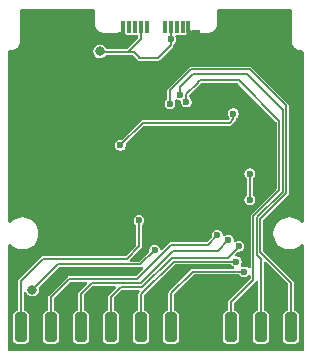
<source format=gbr>
%TF.GenerationSoftware,KiCad,Pcbnew,9.0.4*%
%TF.CreationDate,2025-09-18T12:16:13+02:00*%
%TF.ProjectId,rp2350_gpio_card,72703233-3530-45f6-9770-696f5f636172,X1*%
%TF.SameCoordinates,Original*%
%TF.FileFunction,Copper,L4,Bot*%
%TF.FilePolarity,Positive*%
%FSLAX46Y46*%
G04 Gerber Fmt 4.6, Leading zero omitted, Abs format (unit mm)*
G04 Created by KiCad (PCBNEW 9.0.4) date 2025-09-18 12:16:13*
%MOMM*%
%LPD*%
G01*
G04 APERTURE LIST*
G04 Aperture macros list*
%AMRoundRect*
0 Rectangle with rounded corners*
0 $1 Rounding radius*
0 $2 $3 $4 $5 $6 $7 $8 $9 X,Y pos of 4 corners*
0 Add a 4 corners polygon primitive as box body*
4,1,4,$2,$3,$4,$5,$6,$7,$8,$9,$2,$3,0*
0 Add four circle primitives for the rounded corners*
1,1,$1+$1,$2,$3*
1,1,$1+$1,$4,$5*
1,1,$1+$1,$6,$7*
1,1,$1+$1,$8,$9*
0 Add four rect primitives between the rounded corners*
20,1,$1+$1,$2,$3,$4,$5,0*
20,1,$1+$1,$4,$5,$6,$7,0*
20,1,$1+$1,$6,$7,$8,$9,0*
20,1,$1+$1,$8,$9,$2,$3,0*%
G04 Aperture macros list end*
%TA.AperFunction,SMDPad,CuDef*%
%ADD10R,0.380000X1.000000*%
%TD*%
%TA.AperFunction,SMDPad,CuDef*%
%ADD11R,0.700000X1.150000*%
%TD*%
%TA.AperFunction,ComponentPad*%
%ADD12C,0.600000*%
%TD*%
%TA.AperFunction,SMDPad,CuDef*%
%ADD13RoundRect,0.250000X-0.250000X1.000000X-0.250000X-1.000000X0.250000X-1.000000X0.250000X1.000000X0*%
%TD*%
%TA.AperFunction,ViaPad*%
%ADD14C,0.600000*%
%TD*%
%TA.AperFunction,ViaPad*%
%ADD15C,0.800000*%
%TD*%
%TA.AperFunction,Conductor*%
%ADD16C,0.152400*%
%TD*%
%TA.AperFunction,Conductor*%
%ADD17C,0.200000*%
%TD*%
G04 APERTURE END LIST*
D10*
%TO.P,P1,B1,GND*%
%TO.N,GND*%
X106305183Y-54186434D03*
%TO.P,P1,B2*%
%TO.N,N/C*%
X105805183Y-54186434D03*
%TO.P,P1,B3*%
X105305183Y-54186434D03*
%TO.P,P1,B4,VBUS*%
%TO.N,VBUS*%
X104805183Y-54186434D03*
%TO.P,P1,B5,VCONN*%
%TO.N,unconnected-(P1-VCONN-PadB5)*%
X104305183Y-54186434D03*
%TO.P,P1,B8*%
%TO.N,N/C*%
X102805183Y-54186434D03*
%TO.P,P1,B9,VBUS*%
%TO.N,VBUS*%
X102305183Y-54186434D03*
%TO.P,P1,B10*%
%TO.N,N/C*%
X101805183Y-54186434D03*
%TO.P,P1,B11*%
X101305183Y-54186434D03*
%TO.P,P1,B12,GND*%
%TO.N,GND*%
X100805183Y-54186434D03*
D11*
%TO.P,P1,S1,SHIELD*%
X106975183Y-55026434D03*
%TD*%
D12*
%TO.P,U1,61,GND*%
%TO.N,GND*%
X105380183Y-68171434D03*
X106755183Y-68171434D03*
X108130183Y-68171434D03*
X105380183Y-66796434D03*
X106755183Y-66796434D03*
X108130183Y-66796434D03*
X105380183Y-65421434D03*
X106755183Y-65421434D03*
X108130183Y-65421434D03*
%TD*%
D13*
%TO.P,J1,1,Pin_1*%
%TO.N,/QSPI_SS*%
X92125183Y-79600000D03*
%TO.P,J1,2,Pin_2*%
%TO.N,/GPIO9*%
X94665183Y-79600000D03*
%TO.P,J1,3,Pin_3*%
%TO.N,/GPIO10*%
X97205183Y-79600000D03*
%TO.P,J1,4,Pin_4*%
%TO.N,/GPIO11*%
X99745183Y-79600000D03*
%TO.P,J1,5,Pin_5*%
%TO.N,/GPIO12*%
X102285183Y-79600000D03*
%TO.P,J1,6,Pin_6*%
%TO.N,/GPIO13*%
X104825183Y-79600000D03*
%TO.P,J1,7,Pin_7*%
%TO.N,GND*%
X107365183Y-79600000D03*
%TO.P,J1,8,Pin_8*%
%TO.N,/GPIO27_ADC1*%
X109905183Y-79600000D03*
%TO.P,J1,9,Pin_9*%
%TO.N,/GPIO28_ADC2*%
X112445183Y-79600000D03*
%TO.P,J1,10,Pin_10*%
%TO.N,/GPIO29_ADC3*%
X114985183Y-79600000D03*
%TD*%
D14*
%TO.N,GND*%
X97300000Y-60530000D03*
%TO.N,+1V1*%
X110100000Y-61510000D03*
X100550000Y-64200000D03*
%TO.N,VBUS*%
X104805183Y-55220000D03*
D15*
X98800000Y-56246434D03*
D14*
%TO.N,/GPIO27_ADC1*%
X106140000Y-60530000D03*
%TO.N,/GPIO29_ADC3*%
X104755183Y-60670000D03*
%TO.N,/GPIO11*%
X110555183Y-72750000D03*
%TO.N,/QSPI_SS*%
X102130183Y-70540000D03*
%TO.N,/RUN*%
X111500000Y-66600000D03*
X111500000Y-68800000D03*
%TO.N,/GPIO10*%
X109680183Y-72205729D03*
%TO.N,/GPIO9*%
X108755502Y-71815683D03*
%TO.N,/GPIO28_ADC2*%
X105560000Y-59900000D03*
%TO.N,/GPIO0*%
X103434390Y-73064390D03*
D15*
X93100000Y-76400000D03*
D14*
%TO.N,/GPIO13*%
X111040000Y-74896434D03*
%TO.N,/GPIO12*%
X110370000Y-74046434D03*
%TO.N,GND*%
X96090000Y-54990000D03*
D15*
X97900000Y-55050000D03*
D14*
X103304724Y-72274724D03*
D15*
X96600000Y-70000000D03*
D14*
X109260000Y-61650000D03*
X114460000Y-56080000D03*
D15*
X109430000Y-55400000D03*
X112380000Y-57550000D03*
D14*
X103010000Y-59820000D03*
X106930000Y-60010000D03*
D15*
X98005183Y-69996434D03*
D14*
X101850000Y-62050000D03*
D15*
X92600000Y-65000000D03*
D14*
X104400000Y-58300000D03*
D15*
X93200000Y-68410000D03*
X113330000Y-75850000D03*
D14*
X115180000Y-67250000D03*
D15*
X106860000Y-57060000D03*
X92250000Y-67080000D03*
D14*
X100700000Y-62600000D03*
D15*
X99300000Y-70000000D03*
D14*
X113250000Y-64980000D03*
D15*
X97630183Y-57546434D03*
%TD*%
D16*
%TO.N,+1V1*%
X109800000Y-62300000D02*
X102450000Y-62300000D01*
X110100000Y-61510000D02*
X110100000Y-62000000D01*
X110100000Y-62000000D02*
X109800000Y-62300000D01*
X102450000Y-62300000D02*
X100550000Y-64200000D01*
X100550000Y-64200000D02*
X100550000Y-64150000D01*
%TO.N,/RUN*%
X111500000Y-66600000D02*
X111500000Y-68800000D01*
%TO.N,VBUS*%
X104805183Y-55694817D02*
X104480000Y-56020000D01*
D17*
X102157706Y-56757706D02*
X102090000Y-56690000D01*
X102090000Y-56690000D02*
X101700000Y-56300000D01*
X102300000Y-55189634D02*
X102305183Y-55194817D01*
D16*
X104805183Y-54186434D02*
X104805183Y-55694817D01*
X102305183Y-54186434D02*
X102305183Y-54994817D01*
D17*
X103742294Y-56757706D02*
X102157706Y-56757706D01*
X98853566Y-56300000D02*
X98800000Y-56246434D01*
D16*
X102305183Y-54994817D02*
X102300000Y-55000000D01*
D17*
X101700000Y-56300000D02*
X98853566Y-56300000D01*
X102305183Y-55194817D02*
X101200000Y-56300000D01*
X102300000Y-55000000D02*
X102300000Y-55189634D01*
X103742294Y-56757706D02*
X104480000Y-56020000D01*
D16*
%TO.N,/GPIO27_ADC1*%
X107080000Y-58880000D02*
X107080000Y-58870000D01*
X109905183Y-77471434D02*
X109905183Y-80196434D01*
X107253566Y-58696434D02*
X110555183Y-58696434D01*
X113994383Y-62135634D02*
X113994383Y-68005617D01*
X107080000Y-58870000D02*
X107253566Y-58696434D01*
X111800000Y-70200000D02*
X111800000Y-75576617D01*
X111800000Y-75576617D02*
X109905183Y-77471434D01*
X113994383Y-68005617D02*
X111800000Y-70200000D01*
X106140000Y-60530000D02*
X106140000Y-59820000D01*
X106140000Y-59820000D02*
X107080000Y-58880000D01*
X110555183Y-58696434D02*
X113994383Y-62135634D01*
%TO.N,/GPIO29_ADC3*%
X111505183Y-57746434D02*
X114555183Y-60796434D01*
X112400000Y-70411288D02*
X112400000Y-73241251D01*
X104755183Y-59546434D02*
X106555183Y-57746434D01*
X112400000Y-73241251D02*
X114985183Y-75826434D01*
X106555183Y-57746434D02*
X111505183Y-57746434D01*
X114985183Y-75826434D02*
X114985183Y-80196434D01*
X114555183Y-60796434D02*
X114555183Y-68256105D01*
X104755183Y-60700000D02*
X104755183Y-60670000D01*
X114555183Y-68256105D02*
X112400000Y-70411288D01*
X104755183Y-60670000D02*
X104755183Y-59546434D01*
%TO.N,/GPIO11*%
X104906966Y-73693034D02*
X102403566Y-76196434D01*
X99745183Y-77006434D02*
X99745183Y-80196434D01*
X102403566Y-76196434D02*
X100555183Y-76196434D01*
X100555183Y-76196434D02*
X99745183Y-77006434D01*
X109633583Y-73693034D02*
X104906966Y-73693034D01*
X110555183Y-72771434D02*
X109633583Y-73693034D01*
%TO.N,/QSPI_SS*%
X92125183Y-75668728D02*
X92125183Y-80196434D01*
X101076617Y-73800000D02*
X93993911Y-73800000D01*
X93993911Y-73800000D02*
X92125183Y-75668728D01*
X102130183Y-70540000D02*
X102130183Y-72746434D01*
X102130183Y-72746434D02*
X101076617Y-73800000D01*
%TO.N,/RUN*%
X111500000Y-66570000D02*
X111500000Y-66600000D01*
%TO.N,/GPIO10*%
X97205183Y-76746434D02*
X97205183Y-80196434D01*
X109680183Y-72196434D02*
X109680183Y-72205729D01*
X109680183Y-72205729D02*
X108789478Y-73096434D01*
X108789478Y-73096434D02*
X105028720Y-73096434D01*
X105028720Y-73096434D02*
X102282120Y-75843034D01*
X98108583Y-75843034D02*
X97205183Y-76746434D01*
X102282120Y-75843034D02*
X98108583Y-75843034D01*
%TO.N,/GPIO9*%
X101955289Y-75500000D02*
X96201617Y-75500000D01*
X94665183Y-77036434D02*
X94665183Y-80196434D01*
X104855289Y-72600000D02*
X101955289Y-75500000D01*
X108755502Y-71815683D02*
X107971185Y-72600000D01*
X107971185Y-72600000D02*
X104855289Y-72600000D01*
X96201617Y-75500000D02*
X94665183Y-77036434D01*
%TO.N,/GPIO28_ADC2*%
X105560000Y-59900000D02*
X105430000Y-59770000D01*
X112119600Y-73510851D02*
X112119600Y-70295143D01*
X112119600Y-70295143D02*
X114274783Y-68139959D01*
X105580000Y-59220000D02*
X105580000Y-59880000D01*
X105580000Y-59880000D02*
X105560000Y-59900000D01*
X111255183Y-58146434D02*
X106653566Y-58146434D01*
X112445183Y-73836434D02*
X112119600Y-73510851D01*
X114274783Y-68139959D02*
X114274783Y-61166034D01*
X112445183Y-80196434D02*
X112445183Y-73836434D01*
X106653566Y-58146434D02*
X105580000Y-59220000D01*
X114274783Y-61166034D02*
X111255183Y-58146434D01*
%TO.N,/GPIO0*%
X95223166Y-74276834D02*
X93100000Y-76400000D01*
X102221946Y-74276834D02*
X95223166Y-74276834D01*
X103601588Y-72897192D02*
X103434390Y-73064390D01*
X103434390Y-73064390D02*
X102221946Y-74276834D01*
%TO.N,/GPIO13*%
X104825183Y-76726434D02*
X104825183Y-80196434D01*
X106655183Y-74896434D02*
X104825183Y-76726434D01*
X111055183Y-74896434D02*
X111040000Y-74896434D01*
X111040000Y-74896434D02*
X106655183Y-74896434D01*
%TO.N,/GPIO12*%
X102285183Y-80196434D02*
X102285183Y-76816434D01*
X102285183Y-76816434D02*
X105055183Y-74046434D01*
X110405183Y-74046434D02*
X110370000Y-74046434D01*
X110370000Y-74046434D02*
X105055183Y-74046434D01*
%TO.N,GND*%
X100805183Y-54186434D02*
X100805183Y-54214817D01*
X106305183Y-54356434D02*
X106975183Y-55026434D01*
X106305183Y-54186434D02*
X106305183Y-54356434D01*
%TD*%
%TA.AperFunction,Conductor*%
%TO.N,GND*%
G36*
X98297722Y-52666619D02*
G01*
X98343477Y-52719423D01*
X98354683Y-52770934D01*
X98354683Y-53772451D01*
X98354674Y-53772589D01*
X98354676Y-53795111D01*
X98354660Y-53795165D01*
X98354675Y-53925328D01*
X98354675Y-53925329D01*
X98385450Y-54079969D01*
X98385450Y-54079971D01*
X98445796Y-54225632D01*
X98445797Y-54225634D01*
X98445799Y-54225638D01*
X98533405Y-54356735D01*
X98533407Y-54356737D01*
X98533408Y-54356738D01*
X98533410Y-54356741D01*
X98630407Y-54453731D01*
X98644901Y-54468224D01*
X98776003Y-54555822D01*
X98921674Y-54616164D01*
X99076317Y-54646930D01*
X99080000Y-54646930D01*
X99089279Y-54646930D01*
X99089291Y-54646934D01*
X99155154Y-54646934D01*
X99155157Y-54646934D01*
X99221047Y-54646938D01*
X99221051Y-54646936D01*
X99229099Y-54646937D01*
X99229162Y-54646934D01*
X100278923Y-54646934D01*
X100279617Y-54646887D01*
X100283992Y-54646888D01*
X100438640Y-54616136D01*
X100584318Y-54555807D01*
X100715427Y-54468217D01*
X100750611Y-54433038D01*
X100811933Y-54399560D01*
X100881624Y-54404549D01*
X100937555Y-54446424D01*
X100961968Y-54511890D01*
X100962283Y-54520727D01*
X100962283Y-54701488D01*
X100971155Y-54746092D01*
X100971156Y-54746095D01*
X101004948Y-54796667D01*
X101004949Y-54796668D01*
X101055525Y-54830462D01*
X101055526Y-54830462D01*
X101055528Y-54830463D01*
X101076076Y-54834550D01*
X101100126Y-54839334D01*
X101510239Y-54839333D01*
X101530989Y-54835206D01*
X101579372Y-54835206D01*
X101589319Y-54837184D01*
X101600126Y-54839334D01*
X101923100Y-54839333D01*
X101931786Y-54841883D01*
X101940747Y-54840595D01*
X101964783Y-54851572D01*
X101990139Y-54859017D01*
X101996067Y-54865859D01*
X102004303Y-54869620D01*
X102018589Y-54891851D01*
X102035894Y-54911821D01*
X102038181Y-54922336D01*
X102042077Y-54928398D01*
X102047100Y-54963333D01*
X102047100Y-55043884D01*
X102027415Y-55110923D01*
X102010781Y-55131565D01*
X101131565Y-56010781D01*
X101070242Y-56044266D01*
X101043884Y-56047100D01*
X99394940Y-56047100D01*
X99327901Y-56027415D01*
X99287553Y-55985100D01*
X99242432Y-55906948D01*
X99242428Y-55906943D01*
X99139490Y-55804005D01*
X99139485Y-55804001D01*
X99013413Y-55731214D01*
X99013412Y-55731213D01*
X99013411Y-55731213D01*
X98872791Y-55693534D01*
X98727209Y-55693534D01*
X98586589Y-55731213D01*
X98586587Y-55731214D01*
X98586586Y-55731214D01*
X98460514Y-55804001D01*
X98460509Y-55804005D01*
X98357571Y-55906943D01*
X98357567Y-55906948D01*
X98284780Y-56033020D01*
X98284780Y-56033021D01*
X98284779Y-56033023D01*
X98247100Y-56173643D01*
X98247100Y-56319225D01*
X98284779Y-56459845D01*
X98284780Y-56459846D01*
X98284780Y-56459847D01*
X98357567Y-56585919D01*
X98357569Y-56585922D01*
X98357570Y-56585923D01*
X98460511Y-56688864D01*
X98586589Y-56761655D01*
X98727209Y-56799334D01*
X98727211Y-56799334D01*
X98872788Y-56799334D01*
X98872791Y-56799334D01*
X99013411Y-56761655D01*
X99139489Y-56688864D01*
X99239134Y-56589219D01*
X99300457Y-56555734D01*
X99326815Y-56552900D01*
X101149693Y-56552900D01*
X101149695Y-56552901D01*
X101250305Y-56552901D01*
X101250307Y-56552900D01*
X101543884Y-56552900D01*
X101610923Y-56572585D01*
X101631565Y-56589219D01*
X101936236Y-56893891D01*
X101936239Y-56893895D01*
X101943307Y-56900963D01*
X102014449Y-56972105D01*
X102068899Y-56994658D01*
X102107401Y-57010607D01*
X102208011Y-57010607D01*
X102208013Y-57010606D01*
X103677547Y-57010606D01*
X103677555Y-57010607D01*
X103691989Y-57010607D01*
X103792599Y-57010607D01*
X103819823Y-56999329D01*
X103831101Y-56994658D01*
X103831103Y-56994656D01*
X103885551Y-56972105D01*
X103956693Y-56900963D01*
X103956693Y-56900960D01*
X103968608Y-56889046D01*
X103968611Y-56889041D01*
X104694398Y-56163256D01*
X104708759Y-56128583D01*
X104735634Y-56088361D01*
X104999405Y-55824592D01*
X105028956Y-55753248D01*
X105034283Y-55740388D01*
X105034283Y-55673516D01*
X105035218Y-55665947D01*
X105046188Y-55640601D01*
X105053968Y-55614109D01*
X105060933Y-55606538D01*
X105062973Y-55601826D01*
X105068974Y-55597797D01*
X105077690Y-55588324D01*
X105077523Y-55588157D01*
X105081548Y-55584131D01*
X105082803Y-55582768D01*
X105083263Y-55582413D01*
X105083270Y-55582410D01*
X105167593Y-55498087D01*
X105227219Y-55394813D01*
X105258083Y-55279625D01*
X105258083Y-55160375D01*
X105227219Y-55045187D01*
X105215756Y-55025333D01*
X105214742Y-55021155D01*
X105211838Y-55017987D01*
X105206580Y-54987513D01*
X105199283Y-54957436D01*
X105200689Y-54953370D01*
X105199959Y-54949135D01*
X105212013Y-54920650D01*
X105222134Y-54891408D01*
X105225514Y-54888749D01*
X105227190Y-54884790D01*
X105252740Y-54867337D01*
X105277054Y-54848217D01*
X105282338Y-54847121D01*
X105284885Y-54845382D01*
X105309490Y-54841491D01*
X105319665Y-54839382D01*
X105321395Y-54839333D01*
X105510239Y-54839333D01*
X105541249Y-54833165D01*
X105551702Y-54832872D01*
X105560563Y-54835206D01*
X105579372Y-54835206D01*
X105589319Y-54837184D01*
X105600126Y-54839334D01*
X106010239Y-54839333D01*
X106054841Y-54830462D01*
X106105417Y-54796668D01*
X106139211Y-54746092D01*
X106148083Y-54701491D01*
X106148082Y-54520768D01*
X106167766Y-54453731D01*
X106220570Y-54407976D01*
X106289728Y-54398032D01*
X106353284Y-54427057D01*
X106359757Y-54433082D01*
X106394901Y-54468224D01*
X106526003Y-54555822D01*
X106671674Y-54616164D01*
X106826317Y-54646930D01*
X106830000Y-54646930D01*
X106839279Y-54646930D01*
X106839291Y-54646934D01*
X106905154Y-54646934D01*
X106905157Y-54646934D01*
X106971047Y-54646938D01*
X106971051Y-54646936D01*
X106979099Y-54646937D01*
X106979162Y-54646934D01*
X108028923Y-54646934D01*
X108029617Y-54646887D01*
X108033992Y-54646888D01*
X108188640Y-54616136D01*
X108334318Y-54555807D01*
X108465427Y-54468217D01*
X108576930Y-54356733D01*
X108664542Y-54225639D01*
X108712264Y-54110461D01*
X108724896Y-54079974D01*
X108724896Y-54079973D01*
X108724897Y-54079971D01*
X108755674Y-53925329D01*
X108755675Y-53912354D01*
X108755683Y-53912326D01*
X108755683Y-53846377D01*
X108755691Y-53780599D01*
X108755690Y-53780595D01*
X108755691Y-53772589D01*
X108755683Y-53772451D01*
X108755683Y-52770934D01*
X108775368Y-52703895D01*
X108828172Y-52658140D01*
X108879683Y-52646934D01*
X114930683Y-52646934D01*
X114997722Y-52666619D01*
X115043477Y-52719423D01*
X115054683Y-52770934D01*
X115054683Y-55272489D01*
X115054680Y-55280578D01*
X115054675Y-55280599D01*
X115054676Y-55293375D01*
X115054676Y-55295160D01*
X115054660Y-55295214D01*
X115054675Y-55425328D01*
X115054675Y-55425329D01*
X115085450Y-55579969D01*
X115085450Y-55579971D01*
X115145796Y-55725632D01*
X115145797Y-55725634D01*
X115145799Y-55725638D01*
X115233405Y-55856735D01*
X115233407Y-55856737D01*
X115233408Y-55856738D01*
X115233410Y-55856741D01*
X115338994Y-55962317D01*
X115344901Y-55968224D01*
X115476003Y-56055822D01*
X115621674Y-56116164D01*
X115776317Y-56146930D01*
X115780000Y-56146930D01*
X115789279Y-56146930D01*
X115789291Y-56146934D01*
X115855154Y-56146934D01*
X115855157Y-56146934D01*
X115921047Y-56146938D01*
X115921051Y-56146936D01*
X115929099Y-56146937D01*
X115929162Y-56146934D01*
X115930683Y-56146934D01*
X115997722Y-56166619D01*
X116043477Y-56219423D01*
X116054683Y-56270934D01*
X116054683Y-70636676D01*
X116034998Y-70703715D01*
X115982194Y-70749470D01*
X115913036Y-70759414D01*
X115849480Y-70730389D01*
X115843002Y-70724357D01*
X115734969Y-70616324D01*
X115563003Y-70491385D01*
X115373597Y-70394878D01*
X115373596Y-70394877D01*
X115373595Y-70394877D01*
X115171426Y-70329188D01*
X115171424Y-70329187D01*
X115171423Y-70329187D01*
X115010140Y-70303642D01*
X114961470Y-70295934D01*
X114748896Y-70295934D01*
X114700225Y-70303642D01*
X114538943Y-70329187D01*
X114336768Y-70394878D01*
X114147362Y-70491385D01*
X113975396Y-70616324D01*
X113825073Y-70766647D01*
X113700134Y-70938613D01*
X113603627Y-71128019D01*
X113537936Y-71330194D01*
X113504683Y-71540147D01*
X113504683Y-71752720D01*
X113535128Y-71944945D01*
X113537937Y-71962677D01*
X113597536Y-72146104D01*
X113603627Y-72164848D01*
X113700134Y-72354254D01*
X113825073Y-72526220D01*
X113975396Y-72676543D01*
X114147362Y-72801482D01*
X114147364Y-72801483D01*
X114147367Y-72801485D01*
X114336771Y-72897991D01*
X114538940Y-72963680D01*
X114748896Y-72996934D01*
X114748897Y-72996934D01*
X114961469Y-72996934D01*
X114961470Y-72996934D01*
X115171426Y-72963680D01*
X115373595Y-72897991D01*
X115562999Y-72801485D01*
X115667327Y-72725687D01*
X115734969Y-72676543D01*
X115734971Y-72676540D01*
X115734975Y-72676538D01*
X115843002Y-72568511D01*
X115904325Y-72535026D01*
X115974017Y-72540010D01*
X116029950Y-72581882D01*
X116054367Y-72647346D01*
X116054683Y-72656192D01*
X116054683Y-81521934D01*
X116034998Y-81588973D01*
X115982194Y-81634728D01*
X115930683Y-81645934D01*
X91179683Y-81645934D01*
X91112644Y-81626249D01*
X91066889Y-81573445D01*
X91055683Y-81521934D01*
X91055683Y-78568286D01*
X91472283Y-78568286D01*
X91472283Y-80631713D01*
X91487224Y-80726050D01*
X91487225Y-80726053D01*
X91487226Y-80726055D01*
X91545167Y-80839771D01*
X91545168Y-80839772D01*
X91545171Y-80839776D01*
X91635406Y-80930011D01*
X91635410Y-80930014D01*
X91635412Y-80930016D01*
X91749128Y-80987957D01*
X91749130Y-80987957D01*
X91749132Y-80987958D01*
X91843470Y-81002900D01*
X91843475Y-81002900D01*
X92406896Y-81002900D01*
X92501233Y-80987958D01*
X92501233Y-80987957D01*
X92501238Y-80987957D01*
X92614954Y-80930016D01*
X92705199Y-80839771D01*
X92763140Y-80726055D01*
X92763141Y-80726050D01*
X92778083Y-80631713D01*
X92778083Y-78568286D01*
X92763141Y-78473949D01*
X92763140Y-78473947D01*
X92763140Y-78473945D01*
X92705199Y-78360229D01*
X92705197Y-78360227D01*
X92705194Y-78360223D01*
X92614959Y-78269988D01*
X92614955Y-78269985D01*
X92614954Y-78269984D01*
X92501238Y-78212043D01*
X92501237Y-78212042D01*
X92501234Y-78212041D01*
X92458884Y-78205334D01*
X92395750Y-78175404D01*
X92358819Y-78116093D01*
X92354283Y-78082861D01*
X92354283Y-76676954D01*
X92373968Y-76609915D01*
X92426772Y-76564160D01*
X92495930Y-76554216D01*
X92559486Y-76583241D01*
X92585669Y-76614953D01*
X92586654Y-76616658D01*
X92657567Y-76739485D01*
X92657570Y-76739489D01*
X92760511Y-76842430D01*
X92760512Y-76842431D01*
X92760514Y-76842432D01*
X92819799Y-76876660D01*
X92886589Y-76915221D01*
X93027209Y-76952900D01*
X93027211Y-76952900D01*
X93172788Y-76952900D01*
X93172791Y-76952900D01*
X93313411Y-76915221D01*
X93439489Y-76842430D01*
X93542430Y-76739489D01*
X93615221Y-76613411D01*
X93652900Y-76472791D01*
X93652900Y-76327209D01*
X93638438Y-76273236D01*
X93640101Y-76203387D01*
X93670530Y-76153465D01*
X95281744Y-74542253D01*
X95343067Y-74508768D01*
X95369425Y-74505934D01*
X102267515Y-74505934D01*
X102267516Y-74505934D01*
X102267517Y-74505934D01*
X102292179Y-74495718D01*
X102302464Y-74491457D01*
X102337151Y-74487731D01*
X102371917Y-74483992D01*
X102371924Y-74483995D01*
X102371931Y-74483995D01*
X102399741Y-74497918D01*
X102434398Y-74515264D01*
X102434402Y-74515271D01*
X102434408Y-74515274D01*
X102449871Y-74541341D01*
X102470053Y-74575352D01*
X102470052Y-74575360D01*
X102470056Y-74575366D01*
X102468809Y-74610213D01*
X102467562Y-74645177D01*
X102467558Y-74645183D01*
X102467558Y-74645191D01*
X102467515Y-74645251D01*
X102437587Y-74693704D01*
X101896711Y-75234581D01*
X101835388Y-75268066D01*
X101809030Y-75270900D01*
X96156045Y-75270900D01*
X96138607Y-75278123D01*
X96121168Y-75285347D01*
X96071842Y-75305778D01*
X96071841Y-75305779D01*
X94470963Y-76906656D01*
X94470960Y-76906661D01*
X94451809Y-76952898D01*
X94451808Y-76952901D01*
X94436083Y-76990862D01*
X94436083Y-78082861D01*
X94416398Y-78149900D01*
X94363594Y-78195655D01*
X94331482Y-78205334D01*
X94289131Y-78212041D01*
X94175410Y-78269985D01*
X94175406Y-78269988D01*
X94085171Y-78360223D01*
X94085168Y-78360227D01*
X94027224Y-78473949D01*
X94012283Y-78568286D01*
X94012283Y-80631713D01*
X94027224Y-80726050D01*
X94027225Y-80726053D01*
X94027226Y-80726055D01*
X94085167Y-80839771D01*
X94085168Y-80839772D01*
X94085171Y-80839776D01*
X94175406Y-80930011D01*
X94175410Y-80930014D01*
X94175412Y-80930016D01*
X94289128Y-80987957D01*
X94289130Y-80987957D01*
X94289132Y-80987958D01*
X94383470Y-81002900D01*
X94383475Y-81002900D01*
X94946896Y-81002900D01*
X95041233Y-80987958D01*
X95041233Y-80987957D01*
X95041238Y-80987957D01*
X95154954Y-80930016D01*
X95245199Y-80839771D01*
X95303140Y-80726055D01*
X95303141Y-80726050D01*
X95318083Y-80631713D01*
X95318083Y-78568286D01*
X95303141Y-78473949D01*
X95303140Y-78473947D01*
X95303140Y-78473945D01*
X95245199Y-78360229D01*
X95245197Y-78360227D01*
X95245194Y-78360223D01*
X95154959Y-78269988D01*
X95154955Y-78269985D01*
X95154954Y-78269984D01*
X95041238Y-78212043D01*
X95041237Y-78212042D01*
X95041234Y-78212041D01*
X94998884Y-78205334D01*
X94935750Y-78175404D01*
X94898819Y-78116093D01*
X94894283Y-78082861D01*
X94894283Y-77182692D01*
X94913968Y-77115653D01*
X94930602Y-77095011D01*
X96260194Y-75765419D01*
X96321517Y-75731934D01*
X96347875Y-75729100D01*
X97599159Y-75729100D01*
X97666198Y-75748785D01*
X97711953Y-75801589D01*
X97721897Y-75870747D01*
X97692872Y-75934303D01*
X97686840Y-75940781D01*
X97010962Y-76616656D01*
X97010961Y-76616658D01*
X96986296Y-76676203D01*
X96976083Y-76700862D01*
X96976083Y-78082861D01*
X96956398Y-78149900D01*
X96903594Y-78195655D01*
X96871482Y-78205334D01*
X96829131Y-78212041D01*
X96715410Y-78269985D01*
X96715406Y-78269988D01*
X96625171Y-78360223D01*
X96625168Y-78360227D01*
X96567224Y-78473949D01*
X96552283Y-78568286D01*
X96552283Y-80631713D01*
X96567224Y-80726050D01*
X96567225Y-80726053D01*
X96567226Y-80726055D01*
X96625167Y-80839771D01*
X96625168Y-80839772D01*
X96625171Y-80839776D01*
X96715406Y-80930011D01*
X96715410Y-80930014D01*
X96715412Y-80930016D01*
X96829128Y-80987957D01*
X96829130Y-80987957D01*
X96829132Y-80987958D01*
X96923470Y-81002900D01*
X96923475Y-81002900D01*
X97486896Y-81002900D01*
X97581233Y-80987958D01*
X97581233Y-80987957D01*
X97581238Y-80987957D01*
X97694954Y-80930016D01*
X97785199Y-80839771D01*
X97843140Y-80726055D01*
X97843141Y-80726050D01*
X97858083Y-80631713D01*
X97858083Y-78568286D01*
X97843141Y-78473949D01*
X97843140Y-78473947D01*
X97843140Y-78473945D01*
X97785199Y-78360229D01*
X97785197Y-78360227D01*
X97785194Y-78360223D01*
X97694959Y-78269988D01*
X97694955Y-78269985D01*
X97694954Y-78269984D01*
X97581238Y-78212043D01*
X97581237Y-78212042D01*
X97581234Y-78212041D01*
X97538884Y-78205334D01*
X97475750Y-78175404D01*
X97438819Y-78116093D01*
X97434283Y-78082861D01*
X97434283Y-76892692D01*
X97453968Y-76825653D01*
X97470602Y-76805011D01*
X98167160Y-76108453D01*
X98228483Y-76074968D01*
X98254841Y-76072134D01*
X100056124Y-76072134D01*
X100123163Y-76091819D01*
X100168918Y-76144623D01*
X100178862Y-76213781D01*
X100149837Y-76277337D01*
X100143805Y-76283815D01*
X99550962Y-76876657D01*
X99550960Y-76876660D01*
X99526296Y-76936203D01*
X99516083Y-76960862D01*
X99516083Y-78082861D01*
X99496398Y-78149900D01*
X99443594Y-78195655D01*
X99411482Y-78205334D01*
X99369131Y-78212041D01*
X99255410Y-78269985D01*
X99255406Y-78269988D01*
X99165171Y-78360223D01*
X99165168Y-78360227D01*
X99107224Y-78473949D01*
X99092283Y-78568286D01*
X99092283Y-80631713D01*
X99107224Y-80726050D01*
X99107225Y-80726053D01*
X99107226Y-80726055D01*
X99165167Y-80839771D01*
X99165168Y-80839772D01*
X99165171Y-80839776D01*
X99255406Y-80930011D01*
X99255410Y-80930014D01*
X99255412Y-80930016D01*
X99369128Y-80987957D01*
X99369130Y-80987957D01*
X99369132Y-80987958D01*
X99463470Y-81002900D01*
X99463475Y-81002900D01*
X100026896Y-81002900D01*
X100121233Y-80987958D01*
X100121233Y-80987957D01*
X100121238Y-80987957D01*
X100234954Y-80930016D01*
X100325199Y-80839771D01*
X100383140Y-80726055D01*
X100383141Y-80726050D01*
X100398083Y-80631713D01*
X100398083Y-78568286D01*
X100383141Y-78473949D01*
X100383140Y-78473947D01*
X100383140Y-78473945D01*
X100325199Y-78360229D01*
X100325197Y-78360227D01*
X100325194Y-78360223D01*
X100234959Y-78269988D01*
X100234955Y-78269985D01*
X100234954Y-78269984D01*
X100121238Y-78212043D01*
X100121237Y-78212042D01*
X100121234Y-78212041D01*
X100078884Y-78205334D01*
X100015750Y-78175404D01*
X99978819Y-78116093D01*
X99974283Y-78082861D01*
X99974283Y-77152693D01*
X99993968Y-77085654D01*
X100010602Y-77065012D01*
X100613761Y-76461853D01*
X100675084Y-76428368D01*
X100701442Y-76425534D01*
X102052724Y-76425534D01*
X102119763Y-76445219D01*
X102165518Y-76498023D01*
X102175462Y-76567181D01*
X102154826Y-76619898D01*
X102148405Y-76629214D01*
X102090961Y-76686659D01*
X102069079Y-76739489D01*
X102064062Y-76751599D01*
X102064060Y-76751603D01*
X102056083Y-76770862D01*
X102056083Y-78082861D01*
X102036398Y-78149900D01*
X101983594Y-78195655D01*
X101951482Y-78205334D01*
X101909131Y-78212041D01*
X101795410Y-78269985D01*
X101795406Y-78269988D01*
X101705171Y-78360223D01*
X101705168Y-78360227D01*
X101647224Y-78473949D01*
X101632283Y-78568286D01*
X101632283Y-80631713D01*
X101647224Y-80726050D01*
X101647225Y-80726053D01*
X101647226Y-80726055D01*
X101705167Y-80839771D01*
X101705168Y-80839772D01*
X101705171Y-80839776D01*
X101795406Y-80930011D01*
X101795410Y-80930014D01*
X101795412Y-80930016D01*
X101909128Y-80987957D01*
X101909130Y-80987957D01*
X101909132Y-80987958D01*
X102003470Y-81002900D01*
X102003475Y-81002900D01*
X102566896Y-81002900D01*
X102661233Y-80987958D01*
X102661233Y-80987957D01*
X102661238Y-80987957D01*
X102774954Y-80930016D01*
X102865199Y-80839771D01*
X102923140Y-80726055D01*
X102923141Y-80726050D01*
X102938083Y-80631713D01*
X102938083Y-78568286D01*
X102923141Y-78473949D01*
X102923140Y-78473947D01*
X102923140Y-78473945D01*
X102865199Y-78360229D01*
X102865197Y-78360227D01*
X102865194Y-78360223D01*
X102774959Y-78269988D01*
X102774955Y-78269985D01*
X102774954Y-78269984D01*
X102661238Y-78212043D01*
X102661237Y-78212042D01*
X102661234Y-78212041D01*
X102618884Y-78205334D01*
X102555750Y-78175404D01*
X102518819Y-78116093D01*
X102514283Y-78082861D01*
X102514283Y-76962692D01*
X102533968Y-76895653D01*
X102550602Y-76875011D01*
X105113760Y-74311853D01*
X105175083Y-74278368D01*
X105201441Y-74275534D01*
X109908851Y-74275534D01*
X109975890Y-74295219D01*
X109989483Y-74305330D01*
X110003375Y-74317220D01*
X110007590Y-74324521D01*
X110091913Y-74408844D01*
X110148779Y-74441676D01*
X110157488Y-74449130D01*
X110170552Y-74469188D01*
X110187072Y-74486515D01*
X110189272Y-74497932D01*
X110195619Y-74507677D01*
X110195764Y-74531617D01*
X110200294Y-74555122D01*
X110195972Y-74565916D01*
X110196043Y-74577546D01*
X110183222Y-74597763D01*
X110174326Y-74619986D01*
X110164853Y-74626731D01*
X110158626Y-74636552D01*
X110136912Y-74646628D01*
X110117412Y-74660514D01*
X110101064Y-74663263D01*
X110095248Y-74665962D01*
X110089619Y-74665187D01*
X110076856Y-74667334D01*
X106609611Y-74667334D01*
X106592173Y-74674557D01*
X106574734Y-74681781D01*
X106525408Y-74702212D01*
X106525407Y-74702213D01*
X104630963Y-76596656D01*
X104630961Y-76596658D01*
X104630961Y-76596659D01*
X104621336Y-76619898D01*
X104617525Y-76629098D01*
X104617524Y-76629101D01*
X104596083Y-76680862D01*
X104596083Y-78082861D01*
X104576398Y-78149900D01*
X104523594Y-78195655D01*
X104491482Y-78205334D01*
X104449131Y-78212041D01*
X104335410Y-78269985D01*
X104335406Y-78269988D01*
X104245171Y-78360223D01*
X104245168Y-78360227D01*
X104187224Y-78473949D01*
X104172283Y-78568286D01*
X104172283Y-80631713D01*
X104187224Y-80726050D01*
X104187225Y-80726053D01*
X104187226Y-80726055D01*
X104245167Y-80839771D01*
X104245168Y-80839772D01*
X104245171Y-80839776D01*
X104335406Y-80930011D01*
X104335410Y-80930014D01*
X104335412Y-80930016D01*
X104449128Y-80987957D01*
X104449130Y-80987957D01*
X104449132Y-80987958D01*
X104543470Y-81002900D01*
X104543475Y-81002900D01*
X105106896Y-81002900D01*
X105201233Y-80987958D01*
X105201233Y-80987957D01*
X105201238Y-80987957D01*
X105314954Y-80930016D01*
X105405199Y-80839771D01*
X105463140Y-80726055D01*
X105463141Y-80726050D01*
X105478083Y-80631713D01*
X105478083Y-78568286D01*
X105463141Y-78473949D01*
X105463140Y-78473947D01*
X105463140Y-78473945D01*
X105405199Y-78360229D01*
X105405197Y-78360227D01*
X105405194Y-78360223D01*
X105314959Y-78269988D01*
X105314955Y-78269985D01*
X105314954Y-78269984D01*
X105201238Y-78212043D01*
X105201237Y-78212042D01*
X105201234Y-78212041D01*
X105158884Y-78205334D01*
X105095750Y-78175404D01*
X105058819Y-78116093D01*
X105054283Y-78082861D01*
X105054283Y-76872692D01*
X105073968Y-76805653D01*
X105090602Y-76785011D01*
X106713760Y-75161853D01*
X106775083Y-75128368D01*
X106801441Y-75125534D01*
X110578851Y-75125534D01*
X110645890Y-75145219D01*
X110671676Y-75168940D01*
X110671843Y-75168774D01*
X110675838Y-75172769D01*
X110677225Y-75174045D01*
X110677589Y-75174519D01*
X110677590Y-75174521D01*
X110761913Y-75258844D01*
X110865187Y-75318470D01*
X110980375Y-75349334D01*
X110980377Y-75349334D01*
X111099623Y-75349334D01*
X111099625Y-75349334D01*
X111214813Y-75318470D01*
X111318087Y-75258844D01*
X111359219Y-75217712D01*
X111378655Y-75207099D01*
X111395389Y-75192599D01*
X111408720Y-75190682D01*
X111420542Y-75184227D01*
X111442628Y-75185806D01*
X111464547Y-75182655D01*
X111476798Y-75188250D01*
X111490234Y-75189211D01*
X111507960Y-75202481D01*
X111528103Y-75211680D01*
X111535385Y-75223011D01*
X111546167Y-75231083D01*
X111553904Y-75251828D01*
X111565877Y-75270458D01*
X111569028Y-75292376D01*
X111570584Y-75296547D01*
X111570900Y-75305393D01*
X111570900Y-75430358D01*
X111551215Y-75497397D01*
X111534581Y-75518039D01*
X109710962Y-77341657D01*
X109710960Y-77341660D01*
X109686296Y-77401203D01*
X109676083Y-77425862D01*
X109676083Y-78082861D01*
X109656398Y-78149900D01*
X109603594Y-78195655D01*
X109571482Y-78205334D01*
X109529131Y-78212041D01*
X109415410Y-78269985D01*
X109415406Y-78269988D01*
X109325171Y-78360223D01*
X109325168Y-78360227D01*
X109267224Y-78473949D01*
X109252283Y-78568286D01*
X109252283Y-80631713D01*
X109267224Y-80726050D01*
X109267225Y-80726053D01*
X109267226Y-80726055D01*
X109325167Y-80839771D01*
X109325168Y-80839772D01*
X109325171Y-80839776D01*
X109415406Y-80930011D01*
X109415410Y-80930014D01*
X109415412Y-80930016D01*
X109529128Y-80987957D01*
X109529130Y-80987957D01*
X109529132Y-80987958D01*
X109623470Y-81002900D01*
X109623475Y-81002900D01*
X110186896Y-81002900D01*
X110281233Y-80987958D01*
X110281233Y-80987957D01*
X110281238Y-80987957D01*
X110394954Y-80930016D01*
X110485199Y-80839771D01*
X110543140Y-80726055D01*
X110543141Y-80726050D01*
X110558083Y-80631713D01*
X110558083Y-78568286D01*
X110543141Y-78473949D01*
X110543140Y-78473947D01*
X110543140Y-78473945D01*
X110485199Y-78360229D01*
X110485197Y-78360227D01*
X110485194Y-78360223D01*
X110394959Y-78269988D01*
X110394955Y-78269985D01*
X110394954Y-78269984D01*
X110281238Y-78212043D01*
X110281237Y-78212042D01*
X110281234Y-78212041D01*
X110238884Y-78205334D01*
X110175750Y-78175404D01*
X110138819Y-78116093D01*
X110134283Y-78082861D01*
X110134283Y-77617693D01*
X110153968Y-77550654D01*
X110170602Y-77530012D01*
X112002858Y-75697756D01*
X112005517Y-75700415D01*
X112042588Y-75669433D01*
X112111912Y-75660722D01*
X112174941Y-75690873D01*
X112211663Y-75750315D01*
X112216083Y-75783126D01*
X112216083Y-78082861D01*
X112196398Y-78149900D01*
X112143594Y-78195655D01*
X112111482Y-78205334D01*
X112069131Y-78212041D01*
X111955410Y-78269985D01*
X111955406Y-78269988D01*
X111865171Y-78360223D01*
X111865168Y-78360227D01*
X111807224Y-78473949D01*
X111792283Y-78568286D01*
X111792283Y-80631713D01*
X111807224Y-80726050D01*
X111807225Y-80726053D01*
X111807226Y-80726055D01*
X111865167Y-80839771D01*
X111865168Y-80839772D01*
X111865171Y-80839776D01*
X111955406Y-80930011D01*
X111955410Y-80930014D01*
X111955412Y-80930016D01*
X112069128Y-80987957D01*
X112069130Y-80987957D01*
X112069132Y-80987958D01*
X112163470Y-81002900D01*
X112163475Y-81002900D01*
X112726896Y-81002900D01*
X112821233Y-80987958D01*
X112821233Y-80987957D01*
X112821238Y-80987957D01*
X112934954Y-80930016D01*
X113025199Y-80839771D01*
X113083140Y-80726055D01*
X113083141Y-80726050D01*
X113098083Y-80631713D01*
X113098083Y-78568286D01*
X113083141Y-78473949D01*
X113083140Y-78473947D01*
X113083140Y-78473945D01*
X113025199Y-78360229D01*
X113025197Y-78360227D01*
X113025194Y-78360223D01*
X112934959Y-78269988D01*
X112934955Y-78269985D01*
X112934954Y-78269984D01*
X112821238Y-78212043D01*
X112821237Y-78212042D01*
X112821234Y-78212041D01*
X112778884Y-78205334D01*
X112715750Y-78175404D01*
X112678819Y-78116093D01*
X112674283Y-78082861D01*
X112674283Y-74138893D01*
X112693968Y-74071854D01*
X112746772Y-74026099D01*
X112815930Y-74016155D01*
X112879486Y-74045180D01*
X112885964Y-74051212D01*
X114719764Y-75885012D01*
X114753249Y-75946335D01*
X114756083Y-75972693D01*
X114756083Y-78082861D01*
X114736398Y-78149900D01*
X114683594Y-78195655D01*
X114651482Y-78205334D01*
X114609131Y-78212041D01*
X114495410Y-78269985D01*
X114495406Y-78269988D01*
X114405171Y-78360223D01*
X114405168Y-78360227D01*
X114347224Y-78473949D01*
X114332283Y-78568286D01*
X114332283Y-80631713D01*
X114347224Y-80726050D01*
X114347225Y-80726053D01*
X114347226Y-80726055D01*
X114405167Y-80839771D01*
X114405168Y-80839772D01*
X114405171Y-80839776D01*
X114495406Y-80930011D01*
X114495410Y-80930014D01*
X114495412Y-80930016D01*
X114609128Y-80987957D01*
X114609130Y-80987957D01*
X114609132Y-80987958D01*
X114703470Y-81002900D01*
X114703475Y-81002900D01*
X115266896Y-81002900D01*
X115361233Y-80987958D01*
X115361233Y-80987957D01*
X115361238Y-80987957D01*
X115474954Y-80930016D01*
X115565199Y-80839771D01*
X115623140Y-80726055D01*
X115623141Y-80726050D01*
X115638083Y-80631713D01*
X115638083Y-78568286D01*
X115623141Y-78473949D01*
X115623140Y-78473947D01*
X115623140Y-78473945D01*
X115565199Y-78360229D01*
X115565197Y-78360227D01*
X115565194Y-78360223D01*
X115474959Y-78269988D01*
X115474955Y-78269985D01*
X115474954Y-78269984D01*
X115361238Y-78212043D01*
X115361237Y-78212042D01*
X115361234Y-78212041D01*
X115318884Y-78205334D01*
X115255750Y-78175404D01*
X115218819Y-78116093D01*
X115214283Y-78082861D01*
X115214283Y-75780864D01*
X115214283Y-75780863D01*
X115192842Y-75729100D01*
X115179405Y-75696659D01*
X112665419Y-73182673D01*
X112631934Y-73121350D01*
X112629100Y-73094992D01*
X112629100Y-70557547D01*
X112648785Y-70490508D01*
X112665419Y-70469866D01*
X113065062Y-70070223D01*
X114749405Y-68385880D01*
X114784283Y-68301675D01*
X114784283Y-68210535D01*
X114784283Y-60750863D01*
X114749404Y-60666659D01*
X114684958Y-60602213D01*
X111634958Y-57552212D01*
X111575416Y-57527549D01*
X111575415Y-57527548D01*
X111550754Y-57517334D01*
X106509612Y-57517334D01*
X106509611Y-57517334D01*
X106425407Y-57552213D01*
X104560963Y-59416656D01*
X104560961Y-59416658D01*
X104560961Y-59416659D01*
X104547524Y-59449100D01*
X104536803Y-59474981D01*
X104526083Y-59500862D01*
X104526083Y-60208850D01*
X104506398Y-60275889D01*
X104482675Y-60301675D01*
X104482843Y-60301843D01*
X104478837Y-60305848D01*
X104477574Y-60307222D01*
X104477101Y-60307584D01*
X104392772Y-60391913D01*
X104333147Y-60495185D01*
X104307843Y-60589623D01*
X104302283Y-60610375D01*
X104302283Y-60729625D01*
X104307974Y-60750863D01*
X104333147Y-60844814D01*
X104360004Y-60891330D01*
X104392773Y-60948087D01*
X104477096Y-61032410D01*
X104580370Y-61092036D01*
X104695558Y-61122900D01*
X104695560Y-61122900D01*
X104814806Y-61122900D01*
X104814808Y-61122900D01*
X104929996Y-61092036D01*
X105033270Y-61032410D01*
X105117593Y-60948087D01*
X105177219Y-60844813D01*
X105208083Y-60729625D01*
X105208083Y-60610375D01*
X105177219Y-60495187D01*
X105177218Y-60495185D01*
X105177218Y-60495184D01*
X105154669Y-60456130D01*
X105138195Y-60388230D01*
X105161047Y-60322202D01*
X105215967Y-60279011D01*
X105285520Y-60272369D01*
X105324056Y-60286742D01*
X105385181Y-60322033D01*
X105385182Y-60322033D01*
X105385187Y-60322036D01*
X105500375Y-60352900D01*
X105500377Y-60352900D01*
X105563100Y-60352900D01*
X105630139Y-60372585D01*
X105675894Y-60425389D01*
X105687100Y-60476900D01*
X105687100Y-60589625D01*
X105702532Y-60647219D01*
X105717964Y-60704814D01*
X105732288Y-60729623D01*
X105777590Y-60808087D01*
X105861913Y-60892410D01*
X105965187Y-60952036D01*
X106080375Y-60982900D01*
X106080377Y-60982900D01*
X106199623Y-60982900D01*
X106199625Y-60982900D01*
X106314813Y-60952036D01*
X106418087Y-60892410D01*
X106502410Y-60808087D01*
X106562036Y-60704813D01*
X106592900Y-60589625D01*
X106592900Y-60470375D01*
X106562036Y-60355187D01*
X106531237Y-60301843D01*
X106502410Y-60251913D01*
X106418081Y-60167584D01*
X106417609Y-60167222D01*
X106417311Y-60166814D01*
X106414037Y-60163540D01*
X106411897Y-60162563D01*
X106394918Y-60136143D01*
X106376409Y-60110792D01*
X106375584Y-60106058D01*
X106374123Y-60103785D01*
X106369100Y-60068850D01*
X106369100Y-59966258D01*
X106388785Y-59899219D01*
X106405419Y-59878577D01*
X107274219Y-59009777D01*
X107274222Y-59009774D01*
X107274223Y-59009770D01*
X107277188Y-59005333D01*
X107277585Y-59003511D01*
X107298731Y-58975264D01*
X107312148Y-58961847D01*
X107373470Y-58928367D01*
X107399824Y-58925534D01*
X110408924Y-58925534D01*
X110475963Y-58945219D01*
X110496605Y-58961853D01*
X113728964Y-62194212D01*
X113762449Y-62255535D01*
X113765283Y-62281893D01*
X113765283Y-67859358D01*
X113745598Y-67926397D01*
X113728964Y-67947039D01*
X111605779Y-70070223D01*
X111605777Y-70070226D01*
X111581113Y-70129769D01*
X111570900Y-70154428D01*
X111570900Y-74487475D01*
X111551215Y-74554514D01*
X111498411Y-74600269D01*
X111429253Y-74610213D01*
X111365697Y-74581188D01*
X111359219Y-74575156D01*
X111318089Y-74534026D01*
X111318087Y-74534024D01*
X111255575Y-74497932D01*
X111214814Y-74474398D01*
X111157219Y-74458966D01*
X111099625Y-74443534D01*
X110980375Y-74443534D01*
X110980373Y-74443534D01*
X110894902Y-74466435D01*
X110825052Y-74464771D01*
X110767190Y-74425608D01*
X110739687Y-74361379D01*
X110751274Y-74292477D01*
X110755410Y-74284683D01*
X110792036Y-74221247D01*
X110822900Y-74106059D01*
X110822900Y-73986809D01*
X110792036Y-73871621D01*
X110732410Y-73768347D01*
X110648087Y-73684024D01*
X110596450Y-73654211D01*
X110544814Y-73624398D01*
X110475321Y-73605778D01*
X110429625Y-73593534D01*
X110356441Y-73593534D01*
X110335195Y-73587295D01*
X110313107Y-73585716D01*
X110302323Y-73577643D01*
X110289402Y-73573849D01*
X110274902Y-73557115D01*
X110257174Y-73543844D01*
X110252466Y-73531223D01*
X110243647Y-73521045D01*
X110240495Y-73499127D01*
X110232757Y-73478380D01*
X110235619Y-73465219D01*
X110233703Y-73451887D01*
X110242902Y-73431743D01*
X110247609Y-73410107D01*
X110260877Y-73392381D01*
X110262728Y-73388331D01*
X110268760Y-73381853D01*
X110411394Y-73239219D01*
X110472717Y-73205734D01*
X110499075Y-73202900D01*
X110614806Y-73202900D01*
X110614808Y-73202900D01*
X110729996Y-73172036D01*
X110833270Y-73112410D01*
X110917593Y-73028087D01*
X110977219Y-72924813D01*
X111008083Y-72809625D01*
X111008083Y-72690375D01*
X110977219Y-72575187D01*
X110917593Y-72471913D01*
X110833270Y-72387590D01*
X110742150Y-72334981D01*
X110729997Y-72327964D01*
X110639671Y-72303762D01*
X110614808Y-72297100D01*
X110495558Y-72297100D01*
X110380368Y-72327964D01*
X110319084Y-72363348D01*
X110251184Y-72379821D01*
X110185157Y-72356969D01*
X110141966Y-72302048D01*
X110133083Y-72255961D01*
X110133083Y-72146106D01*
X110133083Y-72146104D01*
X110102219Y-72030916D01*
X110042593Y-71927642D01*
X109958270Y-71843319D01*
X109906633Y-71813506D01*
X109854997Y-71783693D01*
X109767011Y-71760118D01*
X109739808Y-71752829D01*
X109620558Y-71752829D01*
X109505368Y-71783693D01*
X109431047Y-71826603D01*
X109402096Y-71843319D01*
X109402094Y-71843320D01*
X109395058Y-71847383D01*
X109393545Y-71844763D01*
X109341792Y-71864753D01*
X109273352Y-71850694D01*
X109223377Y-71801865D01*
X109210730Y-71763847D01*
X109210505Y-71763908D01*
X109209489Y-71760118D01*
X109208574Y-71757366D01*
X109208402Y-71756066D01*
X109208402Y-71756058D01*
X109177538Y-71640870D01*
X109117912Y-71537596D01*
X109033589Y-71453273D01*
X108981952Y-71423460D01*
X108930316Y-71393647D01*
X108872721Y-71378215D01*
X108815127Y-71362783D01*
X108695877Y-71362783D01*
X108580687Y-71393647D01*
X108477415Y-71453273D01*
X108477412Y-71453275D01*
X108393094Y-71537593D01*
X108393092Y-71537596D01*
X108333466Y-71640868D01*
X108302602Y-71756058D01*
X108302602Y-71875310D01*
X108302681Y-71875911D01*
X108302602Y-71876417D01*
X108302602Y-71883435D01*
X108301507Y-71883435D01*
X108291909Y-71944945D01*
X108267421Y-71979766D01*
X107912607Y-72334581D01*
X107851284Y-72368066D01*
X107824926Y-72370900D01*
X104809715Y-72370900D01*
X104739585Y-72399950D01*
X104725514Y-72405778D01*
X104725511Y-72405780D01*
X104089714Y-73041577D01*
X104059624Y-73058007D01*
X104029688Y-73074773D01*
X104028997Y-73074731D01*
X104028391Y-73075062D01*
X103994213Y-73072617D01*
X103959947Y-73070536D01*
X103959388Y-73070127D01*
X103958699Y-73070078D01*
X103931255Y-73049533D01*
X103903568Y-73029266D01*
X103903209Y-73028538D01*
X103902766Y-73028206D01*
X103886322Y-72998472D01*
X103883963Y-72992349D01*
X103856426Y-72889577D01*
X103820978Y-72828181D01*
X103795810Y-72767417D01*
X103731363Y-72702970D01*
X103731359Y-72702968D01*
X103731357Y-72702967D01*
X103678106Y-72680910D01*
X103663557Y-72673736D01*
X103609204Y-72642354D01*
X103551609Y-72626922D01*
X103494015Y-72611490D01*
X103374765Y-72611490D01*
X103259575Y-72642354D01*
X103156303Y-72701980D01*
X103156300Y-72701982D01*
X103071982Y-72786300D01*
X103071980Y-72786303D01*
X103012354Y-72889575D01*
X102981490Y-73004765D01*
X102981490Y-73124017D01*
X102981569Y-73124618D01*
X102981490Y-73125124D01*
X102981490Y-73132142D01*
X102980395Y-73132142D01*
X102970797Y-73193652D01*
X102946309Y-73228473D01*
X102163368Y-74011415D01*
X102102045Y-74044900D01*
X102075687Y-74047734D01*
X101452242Y-74047734D01*
X101385203Y-74028049D01*
X101339448Y-73975245D01*
X101329504Y-73906087D01*
X101358529Y-73842531D01*
X101364561Y-73836053D01*
X101594836Y-73605778D01*
X102324404Y-72876209D01*
X102341353Y-72835290D01*
X102359283Y-72792005D01*
X102359283Y-71001148D01*
X102378968Y-70934109D01*
X102402690Y-70908324D01*
X102402523Y-70908157D01*
X102406548Y-70904131D01*
X102407803Y-70902768D01*
X102408263Y-70902413D01*
X102408270Y-70902410D01*
X102492593Y-70818087D01*
X102552219Y-70714813D01*
X102583083Y-70599625D01*
X102583083Y-70480375D01*
X102552219Y-70365187D01*
X102492593Y-70261913D01*
X102408270Y-70177590D01*
X102325443Y-70129769D01*
X102304997Y-70117964D01*
X102247402Y-70102532D01*
X102189808Y-70087100D01*
X102070558Y-70087100D01*
X101955368Y-70117964D01*
X101852096Y-70177590D01*
X101852093Y-70177592D01*
X101767775Y-70261910D01*
X101767773Y-70261913D01*
X101708147Y-70365185D01*
X101700191Y-70394878D01*
X101677283Y-70480375D01*
X101677283Y-70599625D01*
X101681759Y-70616330D01*
X101708147Y-70714814D01*
X101732990Y-70757842D01*
X101767773Y-70818087D01*
X101852096Y-70902410D01*
X101852098Y-70902411D01*
X101852563Y-70902768D01*
X101852858Y-70903172D01*
X101857843Y-70908157D01*
X101857066Y-70908933D01*
X101893770Y-70959193D01*
X101901083Y-71001148D01*
X101901083Y-72600175D01*
X101881398Y-72667214D01*
X101864764Y-72687856D01*
X101018039Y-73534581D01*
X100956716Y-73568066D01*
X100930358Y-73570900D01*
X93948339Y-73570900D01*
X93893698Y-73593534D01*
X93893697Y-73593533D01*
X93864137Y-73605778D01*
X93864134Y-73605780D01*
X91930960Y-75538953D01*
X91915712Y-75575767D01*
X91906779Y-75597334D01*
X91906779Y-75597335D01*
X91896083Y-75623155D01*
X91896083Y-78082861D01*
X91876398Y-78149900D01*
X91823594Y-78195655D01*
X91791482Y-78205334D01*
X91749131Y-78212041D01*
X91635410Y-78269985D01*
X91635406Y-78269988D01*
X91545171Y-78360223D01*
X91545168Y-78360227D01*
X91487224Y-78473949D01*
X91472283Y-78568286D01*
X91055683Y-78568286D01*
X91055683Y-72656192D01*
X91075368Y-72589153D01*
X91128172Y-72543398D01*
X91197330Y-72533454D01*
X91260886Y-72562479D01*
X91267364Y-72568511D01*
X91375396Y-72676543D01*
X91547362Y-72801482D01*
X91547364Y-72801483D01*
X91547367Y-72801485D01*
X91736771Y-72897991D01*
X91938940Y-72963680D01*
X92148896Y-72996934D01*
X92148897Y-72996934D01*
X92361469Y-72996934D01*
X92361470Y-72996934D01*
X92571426Y-72963680D01*
X92773595Y-72897991D01*
X92962999Y-72801485D01*
X93067327Y-72725687D01*
X93134969Y-72676543D01*
X93134971Y-72676540D01*
X93134975Y-72676538D01*
X93285287Y-72526226D01*
X93285289Y-72526222D01*
X93285292Y-72526220D01*
X93403624Y-72363348D01*
X93410234Y-72354250D01*
X93506740Y-72164846D01*
X93572429Y-71962677D01*
X93605683Y-71752721D01*
X93605683Y-71540147D01*
X93572429Y-71330191D01*
X93506740Y-71128022D01*
X93410234Y-70938618D01*
X93410232Y-70938615D01*
X93410231Y-70938613D01*
X93285292Y-70766647D01*
X93134969Y-70616324D01*
X92963003Y-70491385D01*
X92773597Y-70394878D01*
X92773596Y-70394877D01*
X92773595Y-70394877D01*
X92571426Y-70329188D01*
X92571424Y-70329187D01*
X92571423Y-70329187D01*
X92410140Y-70303642D01*
X92361470Y-70295934D01*
X92148896Y-70295934D01*
X92100225Y-70303642D01*
X91938943Y-70329187D01*
X91736768Y-70394878D01*
X91547362Y-70491385D01*
X91375396Y-70616324D01*
X91375392Y-70616328D01*
X91267364Y-70724357D01*
X91206041Y-70757842D01*
X91136349Y-70752858D01*
X91080416Y-70710986D01*
X91055999Y-70645522D01*
X91055683Y-70636676D01*
X91055683Y-66540375D01*
X111047100Y-66540375D01*
X111047100Y-66659624D01*
X111077964Y-66774814D01*
X111107777Y-66826450D01*
X111137590Y-66878087D01*
X111221913Y-66962410D01*
X111221915Y-66962411D01*
X111222380Y-66962768D01*
X111222675Y-66963172D01*
X111227660Y-66968157D01*
X111226883Y-66968933D01*
X111263587Y-67019193D01*
X111270900Y-67061148D01*
X111270900Y-68338850D01*
X111251215Y-68405889D01*
X111227492Y-68431675D01*
X111227660Y-68431843D01*
X111223654Y-68435848D01*
X111222391Y-68437222D01*
X111221918Y-68437584D01*
X111137589Y-68521913D01*
X111077964Y-68625185D01*
X111047100Y-68740375D01*
X111047100Y-68859624D01*
X111077964Y-68974814D01*
X111107777Y-69026450D01*
X111137590Y-69078087D01*
X111221913Y-69162410D01*
X111325187Y-69222036D01*
X111440375Y-69252900D01*
X111440377Y-69252900D01*
X111559623Y-69252900D01*
X111559625Y-69252900D01*
X111674813Y-69222036D01*
X111778087Y-69162410D01*
X111862410Y-69078087D01*
X111922036Y-68974813D01*
X111952900Y-68859625D01*
X111952900Y-68740375D01*
X111922036Y-68625187D01*
X111862410Y-68521913D01*
X111778087Y-68437590D01*
X111778081Y-68437584D01*
X111777609Y-68437222D01*
X111777311Y-68436814D01*
X111772340Y-68431843D01*
X111773115Y-68431067D01*
X111736409Y-68380792D01*
X111729100Y-68338850D01*
X111729100Y-67061148D01*
X111748785Y-66994109D01*
X111772507Y-66968324D01*
X111772340Y-66968157D01*
X111776365Y-66964131D01*
X111777620Y-66962768D01*
X111778080Y-66962413D01*
X111778087Y-66962410D01*
X111862410Y-66878087D01*
X111922036Y-66774813D01*
X111952900Y-66659625D01*
X111952900Y-66540375D01*
X111922036Y-66425187D01*
X111862410Y-66321913D01*
X111778087Y-66237590D01*
X111726450Y-66207777D01*
X111674814Y-66177964D01*
X111617219Y-66162532D01*
X111559625Y-66147100D01*
X111440375Y-66147100D01*
X111325185Y-66177964D01*
X111221913Y-66237590D01*
X111221910Y-66237592D01*
X111137592Y-66321910D01*
X111137590Y-66321913D01*
X111077964Y-66425185D01*
X111047100Y-66540375D01*
X91055683Y-66540375D01*
X91055683Y-64140375D01*
X100097100Y-64140375D01*
X100097100Y-64259624D01*
X100127964Y-64374814D01*
X100157777Y-64426450D01*
X100187590Y-64478087D01*
X100271913Y-64562410D01*
X100375187Y-64622036D01*
X100490375Y-64652900D01*
X100490377Y-64652900D01*
X100609623Y-64652900D01*
X100609625Y-64652900D01*
X100724813Y-64622036D01*
X100828087Y-64562410D01*
X100912410Y-64478087D01*
X100972036Y-64374813D01*
X101002900Y-64259625D01*
X101002900Y-64140375D01*
X101002898Y-64140369D01*
X101002823Y-64139797D01*
X101002900Y-64139302D01*
X101002900Y-64132248D01*
X101003999Y-64132248D01*
X101013580Y-64070761D01*
X101038076Y-64035919D01*
X102508577Y-62565419D01*
X102569900Y-62531934D01*
X102596258Y-62529100D01*
X109845569Y-62529100D01*
X109845570Y-62529100D01*
X109845571Y-62529100D01*
X109870233Y-62518884D01*
X109929775Y-62494222D01*
X110294222Y-62129775D01*
X110329100Y-62045570D01*
X110329100Y-61971148D01*
X110348785Y-61904109D01*
X110372507Y-61878324D01*
X110372340Y-61878157D01*
X110376365Y-61874131D01*
X110377620Y-61872768D01*
X110378080Y-61872413D01*
X110378087Y-61872410D01*
X110462410Y-61788087D01*
X110522036Y-61684813D01*
X110552900Y-61569625D01*
X110552900Y-61450375D01*
X110522036Y-61335187D01*
X110462410Y-61231913D01*
X110378087Y-61147590D01*
X110326450Y-61117777D01*
X110274814Y-61087964D01*
X110217219Y-61072532D01*
X110159625Y-61057100D01*
X110040375Y-61057100D01*
X109925185Y-61087964D01*
X109821913Y-61147590D01*
X109821910Y-61147592D01*
X109737592Y-61231910D01*
X109737590Y-61231913D01*
X109677964Y-61335185D01*
X109647100Y-61450375D01*
X109647100Y-61569624D01*
X109677964Y-61684814D01*
X109707777Y-61736450D01*
X109737590Y-61788087D01*
X109737592Y-61788089D01*
X109775072Y-61825569D01*
X109779410Y-61833514D01*
X109786658Y-61838940D01*
X109795892Y-61863699D01*
X109808557Y-61886892D01*
X109807911Y-61895921D01*
X109811075Y-61904404D01*
X109805458Y-61930224D01*
X109803573Y-61956584D01*
X109797754Y-61965637D01*
X109796223Y-61972677D01*
X109775072Y-62000931D01*
X109741422Y-62034581D01*
X109680099Y-62068066D01*
X109653741Y-62070900D01*
X102404428Y-62070900D01*
X102386990Y-62078123D01*
X102369551Y-62085347D01*
X102320225Y-62105778D01*
X102320224Y-62105779D01*
X100714082Y-63711919D01*
X100652759Y-63745404D01*
X100617752Y-63746864D01*
X100617752Y-63747100D01*
X100612095Y-63747100D01*
X100610225Y-63747178D01*
X100609632Y-63747100D01*
X100609625Y-63747100D01*
X100490375Y-63747100D01*
X100375185Y-63777964D01*
X100271913Y-63837590D01*
X100271910Y-63837592D01*
X100187592Y-63921910D01*
X100187590Y-63921913D01*
X100127964Y-64025185D01*
X100097100Y-64140375D01*
X91055683Y-64140375D01*
X91055683Y-56270934D01*
X91058228Y-56262265D01*
X91056940Y-56253325D01*
X91067917Y-56229267D01*
X91075368Y-56203895D01*
X91082194Y-56197979D01*
X91085945Y-56189761D01*
X91108187Y-56175456D01*
X91128172Y-56158140D01*
X91138666Y-56155855D01*
X91144711Y-56151968D01*
X91179567Y-56146950D01*
X91179644Y-56146934D01*
X91255155Y-56146934D01*
X91321075Y-56146934D01*
X91321239Y-56146889D01*
X91327908Y-56146887D01*
X91329578Y-56146887D01*
X91329585Y-56146889D01*
X91329613Y-56146887D01*
X91333992Y-56146888D01*
X91488640Y-56116136D01*
X91634318Y-56055807D01*
X91765427Y-55968217D01*
X91876930Y-55856733D01*
X91964542Y-55725639D01*
X91999776Y-55640601D01*
X92024896Y-55579974D01*
X92024896Y-55579973D01*
X92024897Y-55579971D01*
X92055674Y-55425329D01*
X92055675Y-55412354D01*
X92055683Y-55412326D01*
X92055683Y-55346377D01*
X92055691Y-55280599D01*
X92055690Y-55280595D01*
X92055691Y-55272589D01*
X92055683Y-55272451D01*
X92055683Y-52770934D01*
X92075368Y-52703895D01*
X92128172Y-52658140D01*
X92179683Y-52646934D01*
X98230683Y-52646934D01*
X98297722Y-52666619D01*
G37*
%TD.AperFunction*%
%TD*%
M02*

</source>
